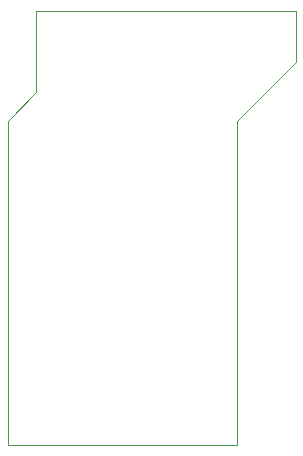
<source format=gbr>
G04 (created by PCBNEW (2013-jul-07)-stable) date Mon 10 Oct 2016 08:48:14 PM CEST*
%MOIN*%
G04 Gerber Fmt 3.4, Leading zero omitted, Abs format*
%FSLAX34Y34*%
G01*
G70*
G90*
G04 APERTURE LIST*
%ADD10C,0.00590551*%
%ADD11C,0.00393701*%
G04 APERTURE END LIST*
G54D10*
G54D11*
X35650Y-19550D02*
X35650Y-16850D01*
X34700Y-20500D02*
X35650Y-19550D01*
X34700Y-31300D02*
X34700Y-20500D01*
X42350Y-31300D02*
X34700Y-31300D01*
X42350Y-31000D02*
X42350Y-31300D01*
X42350Y-20500D02*
X42350Y-31000D01*
X44300Y-18550D02*
X42350Y-20500D01*
X44300Y-16850D02*
X44300Y-18550D01*
X35650Y-16850D02*
X44300Y-16850D01*
M02*

</source>
